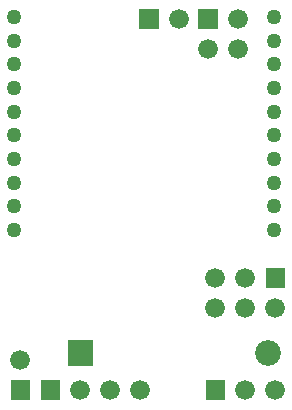
<source format=gbr>
G04 start of page 7 for group -4062 idx -4062 *
G04 Title: (unknown), soldermask *
G04 Creator: pcb 20110918 *
G04 CreationDate: Sun Sep 22 23:55:29 2013 UTC *
G04 For: mokus *
G04 Format: Gerber/RS-274X *
G04 PCB-Dimensions: 100000 140000 *
G04 PCB-Coordinate-Origin: lower left *
%MOIN*%
%FSLAX25Y25*%
%LNBOTTOMMASK*%
%ADD61C,0.0500*%
%ADD60C,0.0860*%
%ADD59C,0.0660*%
%ADD58C,0.0001*%
G54D58*G36*
X70859Y11916D02*Y5316D01*
X77459D01*
Y11916D01*
X70859D01*
G37*
G54D59*X84159Y8616D03*
X94159D03*
G54D60*X91659Y21116D03*
G54D59*X94159Y36116D03*
G54D58*G36*
X90859Y49416D02*Y42816D01*
X97459D01*
Y49416D01*
X90859D01*
G37*
G54D59*X84159Y46116D03*
Y36116D03*
X74159Y46116D03*
Y36116D03*
G54D58*G36*
X5859Y11916D02*Y5316D01*
X12459D01*
Y11916D01*
X5859D01*
G37*
G54D59*X9159Y18616D03*
G54D58*G36*
X15859Y11916D02*Y5316D01*
X22459D01*
Y11916D01*
X15859D01*
G37*
G54D59*X29159Y8616D03*
X39159D03*
X49159D03*
G54D58*G36*
X24859Y25416D02*Y16816D01*
X33459D01*
Y25416D01*
X24859D01*
G37*
G54D61*X7159Y62016D03*
Y69916D03*
Y77816D03*
Y85716D03*
Y93616D03*
Y101516D03*
Y109416D03*
Y117316D03*
Y125216D03*
Y133116D03*
X93759Y62016D03*
Y69916D03*
Y77816D03*
Y85716D03*
Y93616D03*
Y101516D03*
Y109416D03*
Y117316D03*
Y125216D03*
Y133116D03*
G54D59*X81710Y132329D03*
G54D58*G36*
X48648Y135629D02*Y129029D01*
X55248D01*
Y135629D01*
X48648D01*
G37*
G54D59*X61948Y132329D03*
G54D58*G36*
X68410Y135629D02*Y129029D01*
X75010D01*
Y135629D01*
X68410D01*
G37*
G54D59*X71710Y122329D03*
X81710D03*
M02*

</source>
